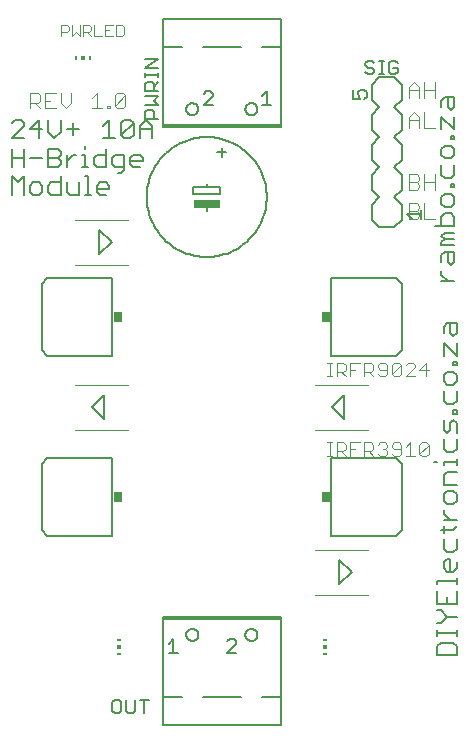
<source format=gto>
G75*
G70*
%OFA0B0*%
%FSLAX24Y24*%
%IPPOS*%
%LPD*%
%AMOC8*
5,1,8,0,0,1.08239X$1,22.5*
%
%ADD10C,0.0050*%
%ADD11C,0.0060*%
%ADD12C,0.0040*%
%ADD13C,0.0080*%
%ADD14R,0.0118X0.0059*%
%ADD15R,0.0118X0.0118*%
%ADD16R,0.0900X0.0250*%
%ADD17R,0.0300X0.0340*%
%ADD18R,0.0059X0.0118*%
%ADD19C,0.0030*%
D10*
X004083Y000655D02*
X004158Y000580D01*
X004308Y000580D01*
X004383Y000655D01*
X004383Y000955D01*
X004308Y001030D01*
X004158Y001030D01*
X004083Y000955D01*
X004083Y000655D01*
X004543Y000655D02*
X004543Y001030D01*
X004843Y001030D02*
X004843Y000655D01*
X004768Y000580D01*
X004618Y000580D01*
X004543Y000655D01*
X005003Y001030D02*
X005304Y001030D01*
X005154Y001030D02*
X005154Y000580D01*
X005973Y002600D02*
X006273Y002600D01*
X006123Y002600D02*
X006123Y003050D01*
X005973Y002900D01*
X007923Y002975D02*
X007998Y003050D01*
X008148Y003050D01*
X008223Y002975D01*
X008223Y002900D01*
X007923Y002600D01*
X008223Y002600D01*
X014057Y017060D02*
X013906Y017210D01*
X014357Y017210D01*
X014357Y017060D02*
X014357Y017360D01*
X012482Y021060D02*
X012557Y021135D01*
X012557Y021285D01*
X012482Y021360D01*
X012332Y021360D01*
X012257Y021285D01*
X012257Y021210D01*
X012332Y021060D01*
X012106Y021060D01*
X012106Y021360D01*
X012597Y021878D02*
X012522Y021953D01*
X012597Y021878D02*
X012747Y021878D01*
X012823Y021953D01*
X012823Y022028D01*
X012747Y022103D01*
X012597Y022103D01*
X012522Y022178D01*
X012522Y022253D01*
X012597Y022328D01*
X012747Y022328D01*
X012823Y022253D01*
X012983Y022328D02*
X013133Y022328D01*
X013058Y022328D02*
X013058Y021878D01*
X012983Y021878D02*
X013133Y021878D01*
X013290Y021953D02*
X013290Y022253D01*
X013365Y022328D01*
X013515Y022328D01*
X013590Y022253D01*
X013590Y022103D02*
X013440Y022103D01*
X013590Y022103D02*
X013590Y021953D01*
X013515Y021878D01*
X013365Y021878D01*
X013290Y021953D01*
X009381Y020860D02*
X009081Y020860D01*
X009231Y020860D02*
X009231Y021310D01*
X009081Y021160D01*
X007431Y021160D02*
X007431Y021235D01*
X007356Y021310D01*
X007206Y021310D01*
X007131Y021235D01*
X007431Y021160D02*
X007131Y020860D01*
X007431Y020860D01*
X005618Y020854D02*
X005468Y021004D01*
X005618Y021154D01*
X005168Y021154D01*
X005168Y021314D02*
X005168Y021539D01*
X005243Y021614D01*
X005393Y021614D01*
X005468Y021539D01*
X005468Y021314D01*
X005618Y021314D02*
X005168Y021314D01*
X005468Y021464D02*
X005618Y021614D01*
X005618Y021775D02*
X005618Y021925D01*
X005618Y021850D02*
X005168Y021850D01*
X005168Y021775D02*
X005168Y021925D01*
X005168Y022082D02*
X005618Y022382D01*
X005168Y022382D01*
X005168Y022082D02*
X005618Y022082D01*
X005618Y020854D02*
X005168Y020854D01*
X005243Y020694D02*
X005168Y020619D01*
X005168Y020393D01*
X005618Y020393D01*
X005468Y020393D02*
X005468Y020619D01*
X005393Y020694D01*
X005243Y020694D01*
X005194Y020356D02*
X005398Y020152D01*
X005398Y019745D01*
X005398Y020050D02*
X004991Y020050D01*
X004991Y020152D02*
X005194Y020356D01*
X004991Y020152D02*
X004991Y019745D01*
X004790Y019847D02*
X004688Y019745D01*
X004485Y019745D01*
X004383Y019847D01*
X004790Y020254D01*
X004790Y019847D01*
X004790Y020254D02*
X004688Y020356D01*
X004485Y020356D01*
X004383Y020254D01*
X004383Y019847D01*
X004182Y019745D02*
X003775Y019745D01*
X003979Y019745D02*
X003979Y020356D01*
X003775Y020152D01*
X003879Y019396D02*
X003879Y018785D01*
X003573Y018785D01*
X003472Y018887D01*
X003472Y019090D01*
X003573Y019192D01*
X003879Y019192D01*
X004079Y019090D02*
X004079Y018887D01*
X004181Y018785D01*
X004486Y018785D01*
X004486Y018683D02*
X004486Y019192D01*
X004181Y019192D01*
X004079Y019090D01*
X004283Y018581D02*
X004385Y018581D01*
X004486Y018683D01*
X004687Y018887D02*
X004687Y019090D01*
X004789Y019192D01*
X004992Y019192D01*
X005094Y019090D01*
X005094Y018989D01*
X004687Y018989D01*
X004687Y018887D02*
X004789Y018785D01*
X004992Y018785D01*
X003980Y018170D02*
X003980Y018069D01*
X003573Y018069D01*
X003573Y018170D02*
X003675Y018272D01*
X003878Y018272D01*
X003980Y018170D01*
X003878Y017865D02*
X003675Y017865D01*
X003573Y017967D01*
X003573Y018170D01*
X003371Y017865D02*
X003168Y017865D01*
X003269Y017865D02*
X003269Y018476D01*
X003168Y018476D01*
X002967Y018272D02*
X002967Y017865D01*
X002662Y017865D01*
X002560Y017967D01*
X002560Y018272D01*
X002359Y018272D02*
X002054Y018272D01*
X001952Y018170D01*
X001952Y017967D01*
X002054Y017865D01*
X002359Y017865D01*
X002359Y018476D01*
X002258Y018785D02*
X001952Y018785D01*
X001952Y019396D01*
X002258Y019396D01*
X002359Y019294D01*
X002359Y019192D01*
X002258Y019090D01*
X001952Y019090D01*
X002258Y019090D02*
X002359Y018989D01*
X002359Y018887D01*
X002258Y018785D01*
X002560Y018785D02*
X002560Y019192D01*
X002560Y018989D02*
X002764Y019192D01*
X002865Y019192D01*
X003066Y019192D02*
X003168Y019192D01*
X003168Y018785D01*
X003066Y018785D02*
X003270Y018785D01*
X003168Y019396D02*
X003168Y019497D01*
X002764Y019847D02*
X002764Y020254D01*
X002967Y020050D02*
X002560Y020050D01*
X002359Y019949D02*
X002359Y020356D01*
X002359Y019949D02*
X002156Y019745D01*
X001952Y019949D01*
X001952Y020356D01*
X001650Y020356D02*
X001650Y019745D01*
X001752Y020050D02*
X001345Y020050D01*
X001650Y020356D01*
X001144Y020254D02*
X001144Y020152D01*
X000737Y019745D01*
X001144Y019745D01*
X001144Y019396D02*
X001144Y018785D01*
X001144Y019090D02*
X000737Y019090D01*
X000737Y018785D02*
X000737Y019396D01*
X001345Y019090D02*
X001752Y019090D01*
X001650Y018272D02*
X001446Y018272D01*
X001345Y018170D01*
X001345Y017967D01*
X001446Y017865D01*
X001650Y017865D01*
X001752Y017967D01*
X001752Y018170D01*
X001650Y018272D01*
X001144Y018476D02*
X001144Y017865D01*
X000940Y018272D02*
X001144Y018476D01*
X000940Y018272D02*
X000737Y018476D01*
X000737Y017865D01*
X000737Y020254D02*
X000839Y020356D01*
X001042Y020356D01*
X001144Y020254D01*
D11*
X005766Y020195D02*
X005766Y020115D01*
X009696Y020115D01*
X009696Y020195D01*
X005766Y020195D01*
X005766Y022795D01*
X005766Y023735D01*
X009696Y023735D01*
X009696Y022795D01*
X009696Y020195D01*
X008516Y020715D02*
X008518Y020743D01*
X008524Y020770D01*
X008533Y020796D01*
X008546Y020821D01*
X008563Y020844D01*
X008582Y020864D01*
X008604Y020881D01*
X008628Y020895D01*
X008654Y020905D01*
X008681Y020912D01*
X008709Y020915D01*
X008737Y020914D01*
X008764Y020909D01*
X008791Y020900D01*
X008816Y020888D01*
X008839Y020873D01*
X008860Y020854D01*
X008878Y020833D01*
X008893Y020809D01*
X008904Y020783D01*
X008912Y020757D01*
X008916Y020729D01*
X008916Y020701D01*
X008912Y020673D01*
X008904Y020647D01*
X008893Y020621D01*
X008878Y020597D01*
X008860Y020576D01*
X008839Y020557D01*
X008816Y020542D01*
X008791Y020530D01*
X008764Y020521D01*
X008737Y020516D01*
X008709Y020515D01*
X008681Y020518D01*
X008654Y020525D01*
X008628Y020535D01*
X008604Y020549D01*
X008582Y020566D01*
X008563Y020586D01*
X008546Y020609D01*
X008533Y020634D01*
X008524Y020660D01*
X008518Y020687D01*
X008516Y020715D01*
X007732Y019435D02*
X007732Y019135D01*
X007882Y019285D02*
X007582Y019285D01*
X007232Y018235D02*
X007232Y018135D01*
X007682Y018135D01*
X007682Y017885D01*
X006782Y017885D01*
X006782Y018135D01*
X007232Y018135D01*
X005232Y017785D02*
X005234Y017883D01*
X005242Y017981D01*
X005254Y018078D01*
X005270Y018175D01*
X005292Y018271D01*
X005318Y018366D01*
X005349Y018459D01*
X005384Y018550D01*
X005424Y018640D01*
X005468Y018728D01*
X005517Y018813D01*
X005569Y018896D01*
X005626Y018976D01*
X005686Y019054D01*
X005750Y019128D01*
X005818Y019199D01*
X005889Y019267D01*
X005963Y019331D01*
X006041Y019391D01*
X006121Y019448D01*
X006204Y019500D01*
X006289Y019549D01*
X006377Y019593D01*
X006467Y019633D01*
X006558Y019668D01*
X006651Y019699D01*
X006746Y019725D01*
X006842Y019747D01*
X006939Y019763D01*
X007036Y019775D01*
X007134Y019783D01*
X007232Y019785D01*
X007330Y019783D01*
X007428Y019775D01*
X007525Y019763D01*
X007622Y019747D01*
X007718Y019725D01*
X007813Y019699D01*
X007906Y019668D01*
X007997Y019633D01*
X008087Y019593D01*
X008175Y019549D01*
X008260Y019500D01*
X008343Y019448D01*
X008423Y019391D01*
X008501Y019331D01*
X008575Y019267D01*
X008646Y019199D01*
X008714Y019128D01*
X008778Y019054D01*
X008838Y018976D01*
X008895Y018896D01*
X008947Y018813D01*
X008996Y018728D01*
X009040Y018640D01*
X009080Y018550D01*
X009115Y018459D01*
X009146Y018366D01*
X009172Y018271D01*
X009194Y018175D01*
X009210Y018078D01*
X009222Y017981D01*
X009230Y017883D01*
X009232Y017785D01*
X009230Y017687D01*
X009222Y017589D01*
X009210Y017492D01*
X009194Y017395D01*
X009172Y017299D01*
X009146Y017204D01*
X009115Y017111D01*
X009080Y017020D01*
X009040Y016930D01*
X008996Y016842D01*
X008947Y016757D01*
X008895Y016674D01*
X008838Y016594D01*
X008778Y016516D01*
X008714Y016442D01*
X008646Y016371D01*
X008575Y016303D01*
X008501Y016239D01*
X008423Y016179D01*
X008343Y016122D01*
X008260Y016070D01*
X008175Y016021D01*
X008087Y015977D01*
X007997Y015937D01*
X007906Y015902D01*
X007813Y015871D01*
X007718Y015845D01*
X007622Y015823D01*
X007525Y015807D01*
X007428Y015795D01*
X007330Y015787D01*
X007232Y015785D01*
X007134Y015787D01*
X007036Y015795D01*
X006939Y015807D01*
X006842Y015823D01*
X006746Y015845D01*
X006651Y015871D01*
X006558Y015902D01*
X006467Y015937D01*
X006377Y015977D01*
X006289Y016021D01*
X006204Y016070D01*
X006121Y016122D01*
X006041Y016179D01*
X005963Y016239D01*
X005889Y016303D01*
X005818Y016371D01*
X005750Y016442D01*
X005686Y016516D01*
X005626Y016594D01*
X005569Y016674D01*
X005517Y016757D01*
X005468Y016842D01*
X005424Y016930D01*
X005384Y017020D01*
X005349Y017111D01*
X005318Y017204D01*
X005292Y017299D01*
X005270Y017395D01*
X005254Y017492D01*
X005242Y017589D01*
X005234Y017687D01*
X005232Y017785D01*
X007232Y017535D02*
X007232Y017335D01*
X006546Y020715D02*
X006548Y020743D01*
X006554Y020770D01*
X006563Y020796D01*
X006576Y020821D01*
X006593Y020844D01*
X006612Y020864D01*
X006634Y020881D01*
X006658Y020895D01*
X006684Y020905D01*
X006711Y020912D01*
X006739Y020915D01*
X006767Y020914D01*
X006794Y020909D01*
X006821Y020900D01*
X006846Y020888D01*
X006869Y020873D01*
X006890Y020854D01*
X006908Y020833D01*
X006923Y020809D01*
X006934Y020783D01*
X006942Y020757D01*
X006946Y020729D01*
X006946Y020701D01*
X006942Y020673D01*
X006934Y020647D01*
X006923Y020621D01*
X006908Y020597D01*
X006890Y020576D01*
X006869Y020557D01*
X006846Y020542D01*
X006821Y020530D01*
X006794Y020521D01*
X006767Y020516D01*
X006739Y020515D01*
X006711Y020518D01*
X006684Y020525D01*
X006658Y020535D01*
X006634Y020549D01*
X006612Y020566D01*
X006593Y020586D01*
X006576Y020609D01*
X006563Y020634D01*
X006554Y020660D01*
X006548Y020687D01*
X006546Y020715D01*
X006396Y022795D02*
X005766Y022795D01*
X007096Y022795D02*
X008366Y022795D01*
X009066Y022795D02*
X009696Y022795D01*
X012732Y021535D02*
X012732Y021035D01*
X012982Y020785D01*
X012732Y020535D01*
X012732Y020035D01*
X012982Y019785D01*
X012732Y019535D01*
X012732Y019035D01*
X012982Y018785D01*
X012732Y018535D01*
X012732Y018035D01*
X012982Y017785D01*
X012732Y017535D01*
X012732Y017035D01*
X012982Y016785D01*
X013482Y016785D01*
X013732Y017035D01*
X013732Y017535D01*
X013482Y017785D01*
X013732Y018035D01*
X013732Y018535D01*
X013482Y018785D01*
X013732Y019035D01*
X013732Y019535D01*
X013482Y019785D01*
X013732Y020035D01*
X013732Y020535D01*
X013482Y020785D01*
X013732Y021035D01*
X013732Y021535D01*
X013482Y021785D01*
X012982Y021785D01*
X012732Y021535D01*
X015055Y021004D02*
X015055Y020790D01*
X015055Y021004D02*
X015162Y021111D01*
X015482Y021111D01*
X015482Y020790D01*
X015375Y020684D01*
X015268Y020790D01*
X015268Y021111D01*
X015055Y020466D02*
X015482Y020039D01*
X015482Y020466D01*
X015055Y020466D02*
X015055Y020039D01*
X015375Y019823D02*
X015482Y019823D01*
X015482Y019717D01*
X015375Y019717D01*
X015375Y019823D01*
X015375Y019499D02*
X015162Y019499D01*
X015055Y019392D01*
X015055Y019179D01*
X015162Y019072D01*
X015375Y019072D01*
X015482Y019179D01*
X015482Y019392D01*
X015375Y019499D01*
X015482Y018855D02*
X015482Y018534D01*
X015375Y018428D01*
X015162Y018428D01*
X015055Y018534D01*
X015055Y018855D01*
X015375Y018212D02*
X015482Y018212D01*
X015482Y018105D01*
X015375Y018105D01*
X015375Y018212D01*
X015375Y017888D02*
X015162Y017888D01*
X015055Y017781D01*
X015055Y017568D01*
X015162Y017461D01*
X015375Y017461D01*
X015482Y017568D01*
X015482Y017781D01*
X015375Y017888D01*
X015375Y017243D02*
X015162Y017243D01*
X015055Y017136D01*
X015055Y016816D01*
X014841Y016816D02*
X015482Y016816D01*
X015482Y017136D01*
X015375Y017243D01*
X015482Y016599D02*
X015162Y016599D01*
X015055Y016492D01*
X015162Y016385D01*
X015482Y016385D01*
X015482Y016172D02*
X015055Y016172D01*
X015055Y016278D01*
X015162Y016385D01*
X015162Y015954D02*
X015055Y015847D01*
X015055Y015634D01*
X015162Y015954D02*
X015482Y015954D01*
X015482Y015634D01*
X015375Y015527D01*
X015268Y015634D01*
X015268Y015954D01*
X015055Y015310D02*
X015055Y015204D01*
X015268Y014990D01*
X015055Y014990D02*
X015482Y014990D01*
X015562Y013572D02*
X015242Y013572D01*
X015135Y013465D01*
X015135Y013252D01*
X015348Y013252D02*
X015348Y013572D01*
X015562Y013572D02*
X015562Y013252D01*
X015455Y013145D01*
X015348Y013252D01*
X015135Y012928D02*
X015562Y012501D01*
X015562Y012928D01*
X015135Y012928D02*
X015135Y012501D01*
X015455Y012285D02*
X015455Y012178D01*
X015562Y012178D01*
X015562Y012285D01*
X015455Y012285D01*
X015455Y011961D02*
X015242Y011961D01*
X015135Y011854D01*
X015135Y011640D01*
X015242Y011534D01*
X015455Y011534D01*
X015562Y011640D01*
X015562Y011854D01*
X015455Y011961D01*
X015562Y011316D02*
X015562Y010996D01*
X015455Y010889D01*
X015242Y010889D01*
X015135Y010996D01*
X015135Y011316D01*
X015455Y010674D02*
X015562Y010674D01*
X015562Y010567D01*
X015455Y010567D01*
X015455Y010674D01*
X015455Y010349D02*
X015348Y010243D01*
X015348Y010029D01*
X015242Y009922D01*
X015135Y010029D01*
X015135Y010349D01*
X015455Y010349D02*
X015562Y010243D01*
X015562Y009922D01*
X015562Y009705D02*
X015562Y009385D01*
X015455Y009278D01*
X015242Y009278D01*
X015135Y009385D01*
X015135Y009705D01*
X015135Y008955D02*
X015562Y008955D01*
X015562Y008848D02*
X015562Y009062D01*
X015562Y008631D02*
X015242Y008631D01*
X015135Y008524D01*
X015135Y008204D01*
X015562Y008204D01*
X015455Y007986D02*
X015242Y007986D01*
X015135Y007879D01*
X015135Y007666D01*
X015242Y007559D01*
X015455Y007559D01*
X015562Y007666D01*
X015562Y007879D01*
X015455Y007986D01*
X015135Y007342D02*
X015135Y007235D01*
X015348Y007022D01*
X015135Y007022D02*
X015562Y007022D01*
X015562Y006806D02*
X015455Y006699D01*
X015028Y006699D01*
X015135Y006592D02*
X015135Y006806D01*
X015135Y006375D02*
X015135Y006054D01*
X015242Y005948D01*
X015455Y005948D01*
X015562Y006054D01*
X015562Y006375D01*
X015348Y005730D02*
X015242Y005730D01*
X015135Y005623D01*
X015135Y005410D01*
X015242Y005303D01*
X015455Y005303D01*
X015562Y005410D01*
X015562Y005623D01*
X015348Y005730D02*
X015348Y005303D01*
X015562Y005087D02*
X015562Y004873D01*
X015562Y004980D02*
X014921Y004980D01*
X014921Y004873D01*
X014921Y004656D02*
X014921Y004229D01*
X015562Y004229D01*
X015562Y004656D01*
X015242Y004442D02*
X015242Y004229D01*
X015028Y004011D02*
X014921Y004011D01*
X015028Y004011D02*
X015242Y003798D01*
X015562Y003798D01*
X015562Y003368D02*
X015562Y003155D01*
X015562Y003261D02*
X014921Y003261D01*
X014921Y003155D02*
X014921Y003368D01*
X014921Y003584D02*
X015028Y003584D01*
X015242Y003798D01*
X015455Y002937D02*
X015028Y002937D01*
X014921Y002830D01*
X014921Y002510D01*
X015562Y002510D01*
X015562Y002830D01*
X015455Y002937D01*
X015135Y008848D02*
X015135Y008955D01*
X014921Y008955D02*
X014815Y008955D01*
X009698Y003795D02*
X005768Y003795D01*
X005768Y003715D01*
X009698Y003715D01*
X009698Y001115D01*
X009698Y000175D01*
X005768Y000175D01*
X005768Y001115D01*
X005768Y003715D01*
X006548Y003195D02*
X006550Y003223D01*
X006556Y003250D01*
X006565Y003276D01*
X006578Y003301D01*
X006595Y003324D01*
X006614Y003344D01*
X006636Y003361D01*
X006660Y003375D01*
X006686Y003385D01*
X006713Y003392D01*
X006741Y003395D01*
X006769Y003394D01*
X006796Y003389D01*
X006823Y003380D01*
X006848Y003368D01*
X006871Y003353D01*
X006892Y003334D01*
X006910Y003313D01*
X006925Y003289D01*
X006936Y003263D01*
X006944Y003237D01*
X006948Y003209D01*
X006948Y003181D01*
X006944Y003153D01*
X006936Y003127D01*
X006925Y003101D01*
X006910Y003077D01*
X006892Y003056D01*
X006871Y003037D01*
X006848Y003022D01*
X006823Y003010D01*
X006796Y003001D01*
X006769Y002996D01*
X006741Y002995D01*
X006713Y002998D01*
X006686Y003005D01*
X006660Y003015D01*
X006636Y003029D01*
X006614Y003046D01*
X006595Y003066D01*
X006578Y003089D01*
X006565Y003114D01*
X006556Y003140D01*
X006550Y003167D01*
X006548Y003195D01*
X006398Y001115D02*
X005768Y001115D01*
X007098Y001115D02*
X008368Y001115D01*
X009068Y001115D02*
X009698Y001115D01*
X008518Y003195D02*
X008520Y003223D01*
X008526Y003250D01*
X008535Y003276D01*
X008548Y003301D01*
X008565Y003324D01*
X008584Y003344D01*
X008606Y003361D01*
X008630Y003375D01*
X008656Y003385D01*
X008683Y003392D01*
X008711Y003395D01*
X008739Y003394D01*
X008766Y003389D01*
X008793Y003380D01*
X008818Y003368D01*
X008841Y003353D01*
X008862Y003334D01*
X008880Y003313D01*
X008895Y003289D01*
X008906Y003263D01*
X008914Y003237D01*
X008918Y003209D01*
X008918Y003181D01*
X008914Y003153D01*
X008906Y003127D01*
X008895Y003101D01*
X008880Y003077D01*
X008862Y003056D01*
X008841Y003037D01*
X008818Y003022D01*
X008793Y003010D01*
X008766Y003001D01*
X008739Y002996D01*
X008711Y002995D01*
X008683Y002998D01*
X008656Y003005D01*
X008630Y003015D01*
X008606Y003029D01*
X008584Y003046D01*
X008565Y003066D01*
X008548Y003089D01*
X008535Y003114D01*
X008526Y003140D01*
X008520Y003167D01*
X008518Y003195D01*
X009698Y003715D02*
X009698Y003795D01*
D12*
X010842Y004535D02*
X012622Y004535D01*
X012622Y006035D02*
X010842Y006035D01*
X011252Y009151D02*
X011405Y009151D01*
X011329Y009151D02*
X011329Y009612D01*
X011405Y009612D02*
X011252Y009612D01*
X011559Y009612D02*
X011559Y009151D01*
X011559Y009305D02*
X011789Y009305D01*
X011866Y009382D01*
X011866Y009535D01*
X011789Y009612D01*
X011559Y009612D01*
X011712Y009305D02*
X011866Y009151D01*
X012019Y009151D02*
X012019Y009612D01*
X012326Y009612D01*
X012480Y009612D02*
X012710Y009612D01*
X012786Y009535D01*
X012786Y009382D01*
X012710Y009305D01*
X012480Y009305D01*
X012633Y009305D02*
X012786Y009151D01*
X012940Y009228D02*
X013017Y009151D01*
X013170Y009151D01*
X013247Y009228D01*
X013247Y009305D01*
X013170Y009382D01*
X013093Y009382D01*
X013170Y009382D02*
X013247Y009458D01*
X013247Y009535D01*
X013170Y009612D01*
X013017Y009612D01*
X012940Y009535D01*
X012622Y010035D02*
X010842Y010035D01*
X010842Y011535D02*
X012622Y011535D01*
X012480Y011805D02*
X012480Y012265D01*
X012710Y012265D01*
X012786Y012189D01*
X012786Y012035D01*
X012710Y011958D01*
X012480Y011958D01*
X012633Y011958D02*
X012786Y011805D01*
X012940Y011882D02*
X013017Y011805D01*
X013170Y011805D01*
X013247Y011882D01*
X013247Y012189D01*
X013170Y012265D01*
X013017Y012265D01*
X012940Y012189D01*
X012940Y012112D01*
X013017Y012035D01*
X013247Y012035D01*
X013400Y011882D02*
X013707Y012189D01*
X013707Y011882D01*
X013631Y011805D01*
X013477Y011805D01*
X013400Y011882D01*
X013400Y012189D01*
X013477Y012265D01*
X013631Y012265D01*
X013707Y012189D01*
X013861Y012189D02*
X013937Y012265D01*
X014091Y012265D01*
X014168Y012189D01*
X014168Y012112D01*
X013861Y011805D01*
X014168Y011805D01*
X014321Y012035D02*
X014628Y012035D01*
X014551Y011805D02*
X014551Y012265D01*
X014321Y012035D01*
X014398Y009612D02*
X014551Y009612D01*
X014628Y009535D01*
X014321Y009228D01*
X014398Y009151D01*
X014551Y009151D01*
X014628Y009228D01*
X014628Y009535D01*
X014398Y009612D02*
X014321Y009535D01*
X014321Y009228D01*
X014168Y009151D02*
X013861Y009151D01*
X014014Y009151D02*
X014014Y009612D01*
X013861Y009458D01*
X013707Y009382D02*
X013477Y009382D01*
X013400Y009458D01*
X013400Y009535D01*
X013477Y009612D01*
X013631Y009612D01*
X013707Y009535D01*
X013707Y009228D01*
X013631Y009151D01*
X013477Y009151D01*
X013400Y009228D01*
X012480Y009151D02*
X012480Y009612D01*
X012173Y009382D02*
X012019Y009382D01*
X012019Y011805D02*
X012019Y012265D01*
X012326Y012265D01*
X012173Y012035D02*
X012019Y012035D01*
X011866Y012035D02*
X011789Y011958D01*
X011559Y011958D01*
X011559Y011805D02*
X011559Y012265D01*
X011789Y012265D01*
X011866Y012189D01*
X011866Y012035D01*
X011712Y011958D02*
X011866Y011805D01*
X011405Y011805D02*
X011252Y011805D01*
X011329Y011805D02*
X011329Y012265D01*
X011405Y012265D02*
X011252Y012265D01*
X013972Y017060D02*
X014232Y017060D01*
X014319Y017147D01*
X014319Y017233D01*
X014232Y017320D01*
X013972Y017320D01*
X013972Y017060D02*
X013972Y017580D01*
X014232Y017580D01*
X014319Y017494D01*
X014319Y017407D01*
X014232Y017320D01*
X014487Y017060D02*
X014834Y017060D01*
X014487Y017060D02*
X014487Y017580D01*
X014487Y018020D02*
X014487Y018540D01*
X014319Y018454D02*
X014319Y018367D01*
X014232Y018280D01*
X013972Y018280D01*
X013972Y018020D02*
X014232Y018020D01*
X014319Y018107D01*
X014319Y018193D01*
X014232Y018280D01*
X014319Y018454D02*
X014232Y018540D01*
X013972Y018540D01*
X013972Y018020D01*
X014487Y018280D02*
X014834Y018280D01*
X014834Y018540D02*
X014834Y018020D01*
X014834Y020100D02*
X014487Y020100D01*
X014487Y020620D01*
X014319Y020447D02*
X014319Y020100D01*
X014319Y020360D02*
X013972Y020360D01*
X013972Y020447D02*
X013972Y020100D01*
X013972Y020447D02*
X014145Y020620D01*
X014319Y020447D01*
X014319Y021100D02*
X014319Y021447D01*
X014145Y021620D01*
X013972Y021447D01*
X013972Y021100D01*
X013972Y021360D02*
X014319Y021360D01*
X014487Y021360D02*
X014834Y021360D01*
X014834Y021620D02*
X014834Y021100D01*
X014487Y021100D02*
X014487Y021620D01*
X004622Y017035D02*
X002842Y017035D01*
X002842Y015535D02*
X004622Y015535D01*
X004622Y011535D02*
X002842Y011535D01*
X002842Y010035D02*
X004622Y010035D01*
X004428Y020740D02*
X004255Y020740D01*
X004168Y020827D01*
X004515Y021174D01*
X004515Y020827D01*
X004428Y020740D01*
X004168Y020827D02*
X004168Y021174D01*
X004255Y021260D01*
X004428Y021260D01*
X004515Y021174D01*
X003997Y020827D02*
X003997Y020740D01*
X003910Y020740D01*
X003910Y020827D01*
X003997Y020827D01*
X003741Y020740D02*
X003394Y020740D01*
X003568Y020740D02*
X003568Y021260D01*
X003394Y021087D01*
X002710Y020913D02*
X002710Y021260D01*
X002710Y020913D02*
X002537Y020740D01*
X002363Y020913D01*
X002363Y021260D01*
X002194Y021260D02*
X001847Y021260D01*
X001847Y020740D01*
X002194Y020740D01*
X002021Y021000D02*
X001847Y021000D01*
X001679Y021000D02*
X001679Y021174D01*
X001592Y021260D01*
X001332Y021260D01*
X001332Y020740D01*
X001332Y020913D02*
X001592Y020913D01*
X001679Y021000D01*
X001505Y020913D02*
X001679Y020740D01*
D13*
X003656Y016679D02*
X003656Y015891D01*
X004059Y016285D01*
X003656Y016679D01*
X004078Y015074D02*
X001923Y015074D01*
X001726Y014878D01*
X001726Y012692D01*
X001923Y012496D01*
X004078Y012496D01*
X004078Y015074D01*
X003808Y011179D02*
X003808Y010391D01*
X003405Y010785D01*
X003808Y011179D01*
X004078Y009074D02*
X001923Y009074D01*
X001726Y008878D01*
X001726Y006692D01*
X001923Y006496D01*
X004078Y006496D01*
X004078Y009074D01*
X011385Y009074D02*
X011385Y006496D01*
X013541Y006496D01*
X013738Y006692D01*
X013738Y008878D01*
X013541Y009074D01*
X011385Y009074D01*
X011808Y010391D02*
X011808Y011179D01*
X011405Y010785D01*
X011808Y010391D01*
X011385Y012496D02*
X013541Y012496D01*
X013738Y012692D01*
X013738Y014878D01*
X013541Y015074D01*
X011385Y015074D01*
X011385Y012496D01*
X011656Y005679D02*
X011656Y004891D01*
X012059Y005285D01*
X011656Y005679D01*
D14*
X011173Y003021D03*
X011173Y002549D03*
X004291Y002549D03*
X004291Y003021D03*
D15*
X004291Y002785D03*
X011173Y002785D03*
X003112Y022419D03*
D16*
X007232Y017560D03*
D17*
X004272Y013785D03*
X004272Y007785D03*
X011192Y007785D03*
X011192Y013785D03*
D18*
X003348Y022419D03*
X002876Y022419D03*
D19*
X002992Y023155D02*
X002992Y023525D01*
X003114Y023525D02*
X003299Y023525D01*
X003360Y023464D01*
X003360Y023340D01*
X003299Y023278D01*
X003114Y023278D01*
X003114Y023155D02*
X003114Y023525D01*
X003237Y023278D02*
X003360Y023155D01*
X003482Y023155D02*
X003729Y023155D01*
X003850Y023155D02*
X004097Y023155D01*
X004219Y023155D02*
X004404Y023155D01*
X004465Y023217D01*
X004465Y023464D01*
X004404Y023525D01*
X004219Y023525D01*
X004219Y023155D01*
X003974Y023340D02*
X003850Y023340D01*
X003850Y023525D02*
X003850Y023155D01*
X003482Y023155D02*
X003482Y023525D01*
X003850Y023525D02*
X004097Y023525D01*
X002992Y023155D02*
X002869Y023278D01*
X002745Y023155D01*
X002745Y023525D01*
X002624Y023464D02*
X002624Y023340D01*
X002562Y023278D01*
X002377Y023278D01*
X002377Y023155D02*
X002377Y023525D01*
X002562Y023525D01*
X002624Y023464D01*
M02*

</source>
